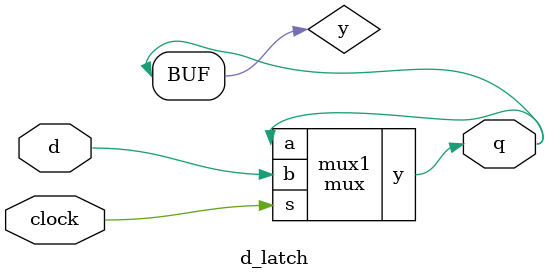
<source format=v>
module mux(a,b,s,y);
input a,b,s; output reg y;
always @(a or b or s) begin
y= (~s&a) | (s&b);
end
endmodule

module d_latch(d,clock,q);
input d,clock;
output reg q; wire y;
mux mux1(.a(q),.b(d),.s(clock),.y(y));
always @(*) begin
q = y;
end
endmodule

</source>
